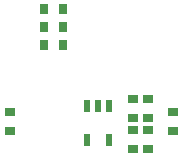
<source format=gbp>
G04*
G04 #@! TF.GenerationSoftware,Altium Limited,Altium Designer,21.0.8 (223)*
G04*
G04 Layer_Color=128*
%FSLAX25Y25*%
%MOIN*%
G70*
G04*
G04 #@! TF.SameCoordinates,D91FEFE4-16E7-4BF4-AD38-342E90C75360*
G04*
G04*
G04 #@! TF.FilePolarity,Positive*
G04*
G01*
G75*
%ADD21R,0.03543X0.02756*%
%ADD22R,0.02756X0.03543*%
%ADD39R,0.02362X0.04331*%
D21*
X69000Y-38890D02*
D03*
Y-45110D02*
D03*
X14500Y-38890D02*
D03*
Y-45110D02*
D03*
X60500Y-44890D02*
D03*
Y-51110D02*
D03*
X55500Y-40610D02*
D03*
Y-34390D02*
D03*
X60500Y-40610D02*
D03*
Y-34390D02*
D03*
X55500Y-44890D02*
D03*
Y-51110D02*
D03*
D22*
X25890Y-10500D02*
D03*
X32110D02*
D03*
Y-4500D02*
D03*
X25890D02*
D03*
X32110Y-16500D02*
D03*
X25890D02*
D03*
D39*
X40260Y-36890D02*
D03*
X44000D02*
D03*
X47740D02*
D03*
Y-48110D02*
D03*
X40260D02*
D03*
M02*

</source>
